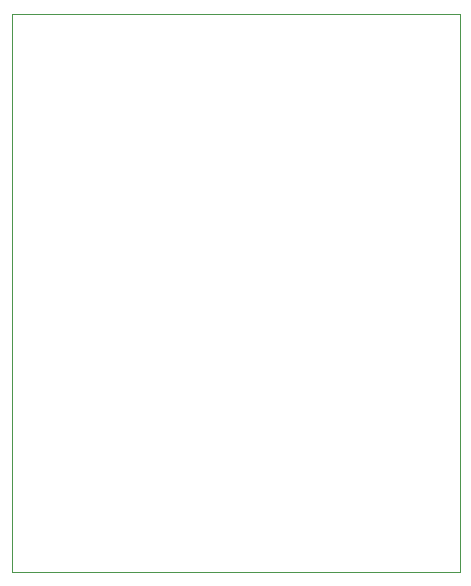
<source format=gbr>
%TF.GenerationSoftware,KiCad,Pcbnew,8.0.2*%
%TF.CreationDate,2024-06-24T16:02:41+03:00*%
%TF.ProjectId,TARTI,54415254-492e-46b6-9963-61645f706362,rev?*%
%TF.SameCoordinates,Original*%
%TF.FileFunction,Profile,NP*%
%FSLAX46Y46*%
G04 Gerber Fmt 4.6, Leading zero omitted, Abs format (unit mm)*
G04 Created by KiCad (PCBNEW 8.0.2) date 2024-06-24 16:02:41*
%MOMM*%
%LPD*%
G01*
G04 APERTURE LIST*
%TA.AperFunction,Profile*%
%ADD10C,0.050000*%
%TD*%
G04 APERTURE END LIST*
D10*
X203200Y47218600D02*
X38150800Y47218600D01*
X38150800Y0D01*
X203200Y0D01*
X203200Y47218600D01*
M02*

</source>
